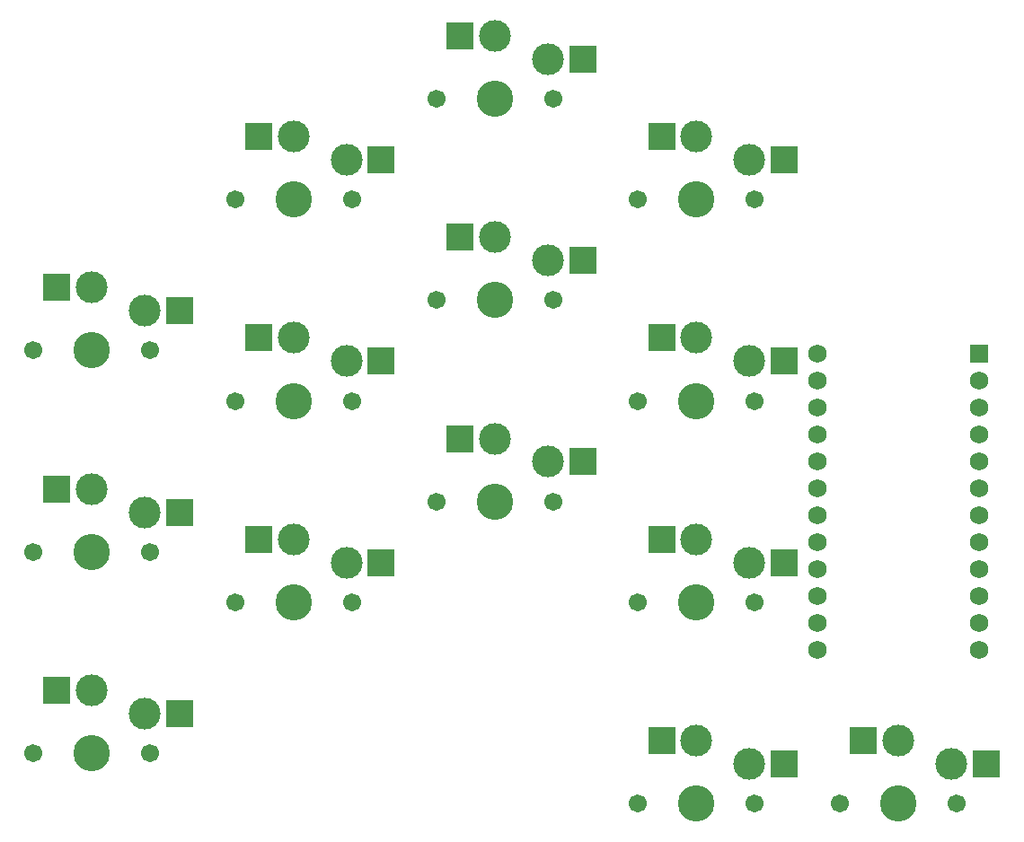
<source format=gbr>
%TF.GenerationSoftware,KiCad,Pcbnew,8.0.1*%
%TF.CreationDate,2024-11-14T23:23:20-08:00*%
%TF.ProjectId,roo_left_auto_routed,726f6f5f-6c65-4667-945f-6175746f5f72,0.1.0*%
%TF.SameCoordinates,Original*%
%TF.FileFunction,Soldermask,Bot*%
%TF.FilePolarity,Negative*%
%FSLAX46Y46*%
G04 Gerber Fmt 4.6, Leading zero omitted, Abs format (unit mm)*
G04 Created by KiCad (PCBNEW 8.0.1) date 2024-11-14 23:23:20*
%MOMM*%
%LPD*%
G01*
G04 APERTURE LIST*
%ADD10C,1.701800*%
%ADD11C,3.000000*%
%ADD12C,3.429000*%
%ADD13R,2.600000X2.600000*%
%ADD14R,1.752600X1.752600*%
%ADD15C,1.752600*%
G04 APERTURE END LIST*
D10*
%TO.C,S13*%
X212085800Y-173585800D03*
D11*
X217585800Y-167635800D03*
D12*
X217585800Y-173585800D03*
D11*
X222585800Y-169835800D03*
D10*
X223085800Y-173585800D03*
D13*
X214310800Y-167635800D03*
X225860800Y-169835800D03*
%TD*%
D10*
%TO.C,S10*%
X212085800Y-154585800D03*
D11*
X217585800Y-148635800D03*
D12*
X217585800Y-154585800D03*
D11*
X222585800Y-150835800D03*
D10*
X223085800Y-154585800D03*
D13*
X214310800Y-148635800D03*
X225860800Y-150835800D03*
%TD*%
D10*
%TO.C,S11*%
X212085800Y-135585800D03*
D11*
X217585800Y-129635800D03*
D12*
X217585800Y-135585800D03*
D11*
X222585800Y-131835800D03*
D10*
X223085800Y-135585800D03*
D13*
X214310800Y-129635800D03*
X225860800Y-131835800D03*
%TD*%
D10*
%TO.C,S5*%
X174085800Y-135585800D03*
D11*
X179585800Y-129635800D03*
D12*
X179585800Y-135585800D03*
D11*
X184585800Y-131835800D03*
D10*
X185085800Y-135585800D03*
D13*
X176310800Y-129635800D03*
X187860800Y-131835800D03*
%TD*%
D14*
%TO.C,MCU1*%
X244205800Y-131115800D03*
D15*
X244205800Y-133655800D03*
X244205800Y-136195800D03*
X244205800Y-138735800D03*
X244205800Y-141275800D03*
X244205800Y-143815800D03*
X244205800Y-146355800D03*
X244205800Y-148895800D03*
X244205800Y-151435800D03*
X244205800Y-153975800D03*
X244205800Y-156515800D03*
X244205800Y-159055800D03*
X228965800Y-131115800D03*
X228965800Y-133655800D03*
X228965800Y-136195800D03*
X228965800Y-138735800D03*
X228965800Y-141275800D03*
X228965800Y-143815800D03*
X228965800Y-146355800D03*
X228965800Y-148895800D03*
X228965800Y-151435800D03*
X228965800Y-153975800D03*
X228965800Y-156515800D03*
X228965800Y-159055800D03*
%TD*%
D10*
%TO.C,S1*%
X155085800Y-168835800D03*
D11*
X160585800Y-162885800D03*
D12*
X160585800Y-168835800D03*
D11*
X165585800Y-165085800D03*
D10*
X166085800Y-168835800D03*
D13*
X157310800Y-162885800D03*
X168860800Y-165085800D03*
%TD*%
D10*
%TO.C,S7*%
X193085800Y-145085800D03*
D11*
X198585800Y-139135800D03*
D12*
X198585800Y-145085800D03*
D11*
X203585800Y-141335800D03*
D10*
X204085800Y-145085800D03*
D13*
X195310800Y-139135800D03*
X206860800Y-141335800D03*
%TD*%
D10*
%TO.C,S3*%
X155085800Y-130835800D03*
D11*
X160585800Y-124885800D03*
D12*
X160585800Y-130835800D03*
D11*
X165585800Y-127085800D03*
D10*
X166085800Y-130835800D03*
D13*
X157310800Y-124885800D03*
X168860800Y-127085800D03*
%TD*%
D10*
%TO.C,S14*%
X231085800Y-173585800D03*
D11*
X236585800Y-167635800D03*
D12*
X236585800Y-173585800D03*
D11*
X241585800Y-169835800D03*
D10*
X242085800Y-173585800D03*
D13*
X233310800Y-167635800D03*
X244860800Y-169835800D03*
%TD*%
D10*
%TO.C,S8*%
X193085800Y-126085800D03*
D11*
X198585800Y-120135800D03*
D12*
X198585800Y-126085800D03*
D11*
X203585800Y-122335800D03*
D10*
X204085800Y-126085800D03*
D13*
X195310800Y-120135800D03*
X206860800Y-122335800D03*
%TD*%
D10*
%TO.C,S9*%
X193085800Y-107085800D03*
D11*
X198585800Y-101135800D03*
D12*
X198585800Y-107085800D03*
D11*
X203585800Y-103335800D03*
D10*
X204085800Y-107085800D03*
D13*
X195310800Y-101135800D03*
X206860800Y-103335800D03*
%TD*%
D10*
%TO.C,S12*%
X212085800Y-116585800D03*
D11*
X217585800Y-110635800D03*
D12*
X217585800Y-116585800D03*
D11*
X222585800Y-112835800D03*
D10*
X223085800Y-116585800D03*
D13*
X214310800Y-110635800D03*
X225860800Y-112835800D03*
%TD*%
D10*
%TO.C,S4*%
X174085800Y-154585800D03*
D11*
X179585800Y-148635800D03*
D12*
X179585800Y-154585800D03*
D11*
X184585800Y-150835800D03*
D10*
X185085800Y-154585800D03*
D13*
X176310800Y-148635800D03*
X187860800Y-150835800D03*
%TD*%
D10*
%TO.C,S2*%
X155085800Y-149835800D03*
D11*
X160585800Y-143885800D03*
D12*
X160585800Y-149835800D03*
D11*
X165585800Y-146085800D03*
D10*
X166085800Y-149835800D03*
D13*
X157310800Y-143885800D03*
X168860800Y-146085800D03*
%TD*%
D10*
%TO.C,S6*%
X174085800Y-116585800D03*
D11*
X179585800Y-110635800D03*
D12*
X179585800Y-116585800D03*
D11*
X184585800Y-112835800D03*
D10*
X185085800Y-116585800D03*
D13*
X176310800Y-110635800D03*
X187860800Y-112835800D03*
%TD*%
M02*

</source>
